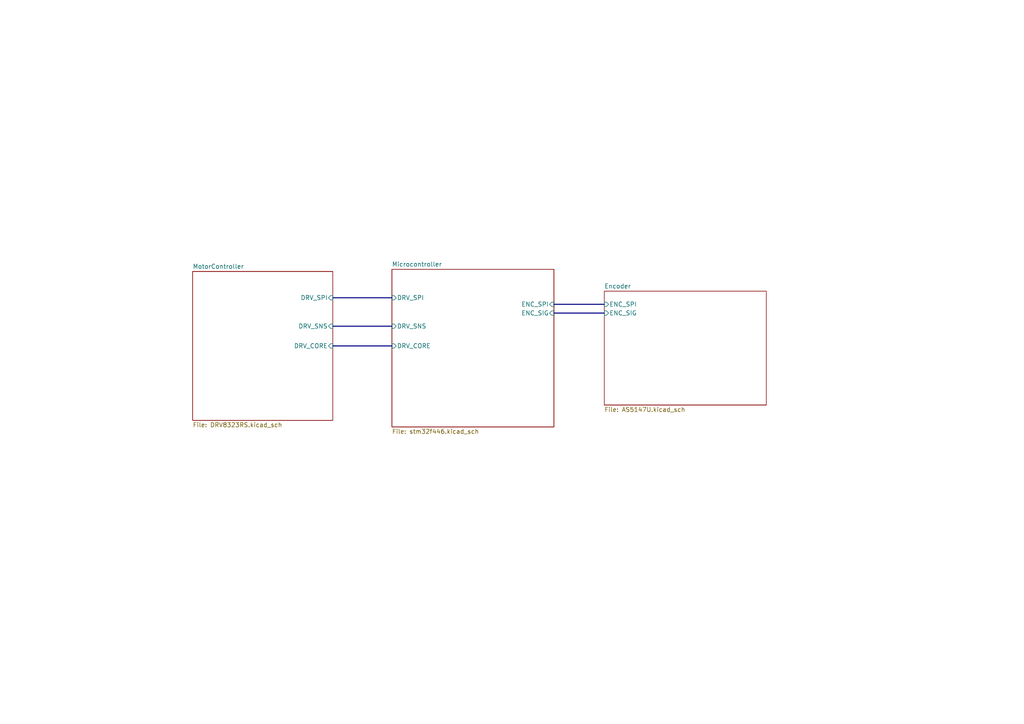
<source format=kicad_sch>
(kicad_sch (version 20230121) (generator eeschema)
  (paper "A4")
  (lib_symbols)
  (bus (pts (xy 96.52 86.36) (xy 113.665 86.36)))
  (bus (pts (xy 160.655 90.805) (xy 175.26 90.805)))
  (bus (pts (xy 160.655 88.265) (xy 175.26 88.265)))
  (bus (pts (xy 96.52 100.33) (xy 113.665 100.33)))
  (bus (pts (xy 96.52 94.615) (xy 113.665 94.615)))
  (sheet (at 113.665 78.105) (size 46.99 45.72) (stroke (width 0.1524))
    (property "Sheetname" "Microcontroller" (at 113.665 77.3934 0) (effects (justify left bottom)))
    (property "Sheetfile" "stm32f446.kicad_sch" (at 113.665 124.4096 0) (effects (justify left top)))
    (pin "DRV_SPI" input (at 113.665 86.36 180))
    (pin "ENC_SPI" input (at 160.655 88.265 0))
    (pin "ENC_SIG" input (at 160.655 90.805 0))
    (pin "DRV_CORE" input (at 113.665 100.33 180))
    (pin "DRV_SNS" input (at 113.665 94.615 180))
  )
  (sheet (at 175.26 84.455) (size 46.99 33.02) (stroke (width 0.1524))
    (property "Sheetname" "Encoder" (at 175.26 83.7434 0) (effects (justify left bottom)))
    (property "Sheetfile" "AS5147U.kicad_sch" (at 175.26 118.0596 0) (effects (justify left top)))
    (pin "ENC_SPI" input (at 175.26 88.265 180))
    (pin "ENC_SIG" input (at 175.26 90.805 180))
  )
  (sheet (at 55.88 78.74) (size 40.64 43.18) (stroke (width 0.1524))
    (property "Sheetname" "MotorController" (at 55.88 78.0284 0) (effects (justify left bottom)))
    (property "Sheetfile" "DRV8323RS.kicad_sch" (at 55.88 122.5046 0) (effects (justify left top)))
    (pin "DRV_SPI" input (at 96.52 86.36 0))
    (pin "DRV_SNS" input (at 96.52 94.615 0))
    (pin "DRV_CORE" input (at 96.52 100.33 0))
  )
)
</source>
